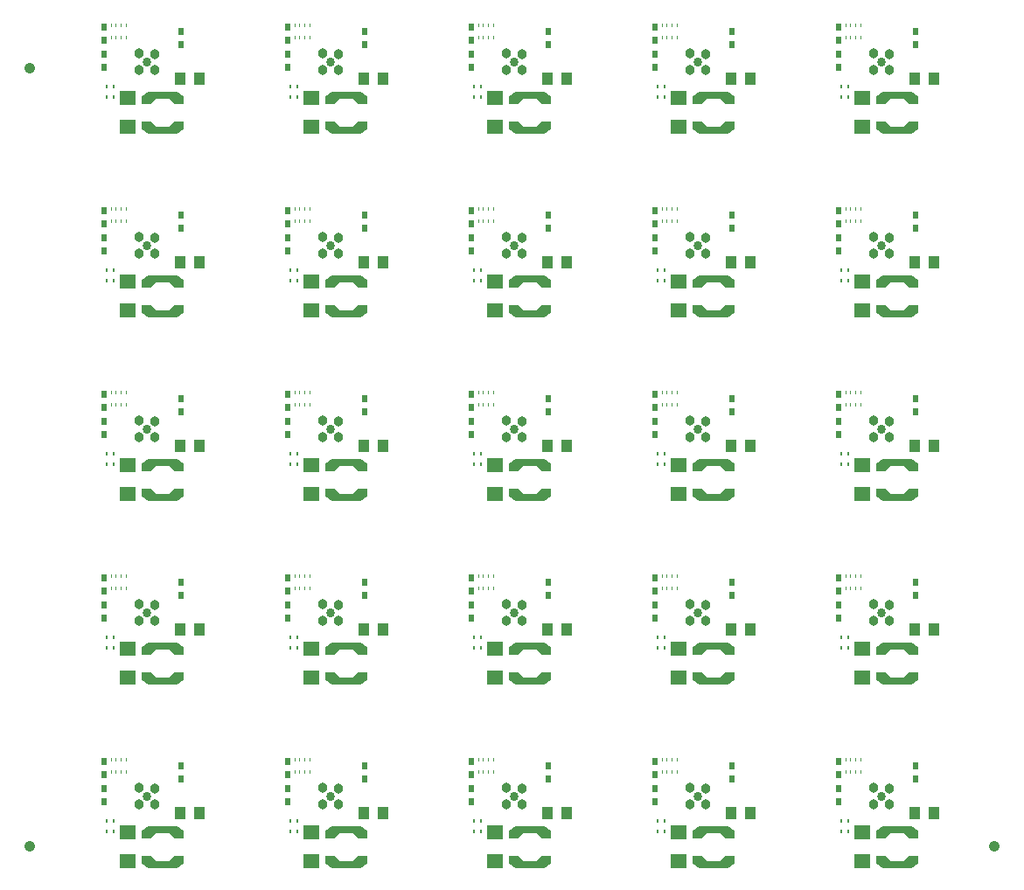
<source format=gbr>
G04 DipTrace 3.0.0.2*
G04 TopPaste.gbr*
%MOIN*%
G04 #@! TF.FileFunction,Paste,Top*
G04 #@! TF.Part,Single*
%AMOUTLINE8*
4,1,11,
0.047664,-0.024606,
0.024239,-0.001772,
-0.024239,-0.001772,
-0.047664,-0.024606,
-0.080512,-0.024606,
-0.080512,0.004895,
-0.053632,0.024606,
0.022736,0.024606,
0.053632,0.024606,
0.080512,0.004895,
0.080512,-0.024606,
0.047664,-0.024606,
0*%
%AMOUTLINE11*
4,1,11,
-0.047664,0.024606,
-0.024239,0.001772,
0.024239,0.001772,
0.047664,0.024606,
0.080512,0.024606,
0.080512,-0.004895,
0.053632,-0.024606,
-0.022736,-0.024606,
-0.053632,-0.024606,
-0.080512,-0.004895,
-0.080512,0.024606,
-0.047664,0.024606,
0*%
%ADD35O,0.033456X0.033873*%
%ADD37O,0.037798X0.03831*%
%ADD38O,0.037798X0.03833*%
%ADD39O,0.037777X0.03831*%
%ADD56C,0.042126*%
%ADD62O,0.00315X0.031496*%
%ADD64O,0.031496X0.00315*%
%ADD66R,0.007874X0.011811*%
%ADD68R,0.019685X0.027559*%
%ADD76R,0.003937X0.009843*%
%ADD78R,0.001969X0.015748*%
%ADD80R,0.062992X0.055118*%
%ADD82R,0.043307X0.051181*%
%ADD96OUTLINE8*%
%ADD99OUTLINE11*%
%FSLAX26Y26*%
G04*
G70*
G90*
G75*
G01*
G04 TopPaste*
%LPD*%
D82*
X1024948Y876909D3*
X1099751D3*
D80*
X824802Y692139D3*
Y802375D3*
D78*
X822879Y1078265D3*
X803194D3*
X783509D3*
X763824D3*
Y1032990D3*
X783509D3*
X803194D3*
X822879D3*
D76*
X953056Y1090094D3*
X927860D3*
Y1060567D3*
X953056D3*
D96*
X959785Y803646D3*
D99*
Y687504D3*
D68*
X736404Y969623D3*
Y918442D3*
X735298Y1071600D3*
Y1020419D3*
X1030173Y1004157D3*
Y1055339D3*
D66*
X744613Y804866D3*
X772172D3*
Y844236D3*
X744613D3*
D35*
X898524Y940123D3*
D37*
X869464Y970572D3*
D38*
X869058Y909021D3*
X929830Y970181D3*
D39*
X930204Y908890D3*
D64*
X818665Y979362D3*
Y959677D3*
Y939992D3*
Y920307D3*
Y900622D3*
D62*
X860004Y859283D3*
X879689D3*
X899374D3*
X919059D3*
X938744D3*
D64*
X980083Y900622D3*
Y920307D3*
Y939992D3*
Y959677D3*
Y979362D3*
D62*
X938744Y1020701D3*
X919059D3*
X899374D3*
X879689D3*
X860004D3*
D56*
X452816Y748144D3*
X4128407D3*
X452816Y3715073D3*
D82*
X1724948Y876909D3*
X1799751D3*
D80*
X1524802Y692139D3*
Y802375D3*
D78*
X1522879Y1078265D3*
X1503194D3*
X1483509D3*
X1463824D3*
Y1032990D3*
X1483509D3*
X1503194D3*
X1522879D3*
D76*
X1653056Y1090094D3*
X1627860D3*
Y1060567D3*
X1653056D3*
D96*
X1659785Y803646D3*
D99*
Y687504D3*
D68*
X1436404Y969623D3*
Y918442D3*
X1435298Y1071600D3*
Y1020419D3*
X1730173Y1004157D3*
Y1055339D3*
D66*
X1444613Y804866D3*
X1472172D3*
Y844236D3*
X1444613D3*
D35*
X1598524Y940123D3*
D37*
X1569464Y970572D3*
D38*
X1569058Y909021D3*
X1629830Y970181D3*
D39*
X1630204Y908890D3*
D64*
X1518665Y979362D3*
Y959677D3*
Y939992D3*
Y920307D3*
Y900622D3*
D62*
X1560004Y859283D3*
X1579689D3*
X1599374D3*
X1619059D3*
X1638744D3*
D64*
X1680083Y900622D3*
Y920307D3*
Y939992D3*
Y959677D3*
Y979362D3*
D62*
X1638744Y1020701D3*
X1619059D3*
X1599374D3*
X1579689D3*
X1560004D3*
D82*
X2424948Y876909D3*
X2499751D3*
D80*
X2224802Y692139D3*
Y802375D3*
D78*
X2222879Y1078265D3*
X2203194D3*
X2183509D3*
X2163824D3*
Y1032990D3*
X2183509D3*
X2203194D3*
X2222879D3*
D76*
X2353056Y1090094D3*
X2327860D3*
Y1060567D3*
X2353056D3*
D96*
X2359785Y803646D3*
D99*
Y687504D3*
D68*
X2136404Y969623D3*
Y918442D3*
X2135298Y1071600D3*
Y1020419D3*
X2430173Y1004157D3*
Y1055339D3*
D66*
X2144613Y804866D3*
X2172172D3*
Y844236D3*
X2144613D3*
D35*
X2298524Y940123D3*
D37*
X2269464Y970572D3*
D38*
X2269058Y909021D3*
X2329830Y970181D3*
D39*
X2330204Y908890D3*
D64*
X2218665Y979362D3*
Y959677D3*
Y939992D3*
Y920307D3*
Y900622D3*
D62*
X2260004Y859283D3*
X2279689D3*
X2299374D3*
X2319059D3*
X2338744D3*
D64*
X2380083Y900622D3*
Y920307D3*
Y939992D3*
Y959677D3*
Y979362D3*
D62*
X2338744Y1020701D3*
X2319059D3*
X2299374D3*
X2279689D3*
X2260004D3*
D82*
X3124948Y876909D3*
X3199751D3*
D80*
X2924802Y692139D3*
Y802375D3*
D78*
X2922879Y1078265D3*
X2903194D3*
X2883509D3*
X2863824D3*
Y1032990D3*
X2883509D3*
X2903194D3*
X2922879D3*
D76*
X3053056Y1090094D3*
X3027860D3*
Y1060567D3*
X3053056D3*
D96*
X3059785Y803646D3*
D99*
Y687504D3*
D68*
X2836404Y969623D3*
Y918442D3*
X2835298Y1071600D3*
Y1020419D3*
X3130173Y1004157D3*
Y1055339D3*
D66*
X2844613Y804866D3*
X2872172D3*
Y844236D3*
X2844613D3*
D35*
X2998524Y940123D3*
D37*
X2969464Y970572D3*
D38*
X2969058Y909021D3*
X3029830Y970181D3*
D39*
X3030204Y908890D3*
D64*
X2918665Y979362D3*
Y959677D3*
Y939992D3*
Y920307D3*
Y900622D3*
D62*
X2960004Y859283D3*
X2979689D3*
X2999374D3*
X3019059D3*
X3038744D3*
D64*
X3080083Y900622D3*
Y920307D3*
Y939992D3*
Y959677D3*
Y979362D3*
D62*
X3038744Y1020701D3*
X3019059D3*
X2999374D3*
X2979689D3*
X2960004D3*
D82*
X3824948Y876909D3*
X3899751D3*
D80*
X3624802Y692139D3*
Y802375D3*
D78*
X3622879Y1078265D3*
X3603194D3*
X3583509D3*
X3563824D3*
Y1032990D3*
X3583509D3*
X3603194D3*
X3622879D3*
D76*
X3753056Y1090094D3*
X3727860D3*
Y1060567D3*
X3753056D3*
D96*
X3759785Y803646D3*
D99*
Y687504D3*
D68*
X3536404Y969623D3*
Y918442D3*
X3535298Y1071600D3*
Y1020419D3*
X3830173Y1004157D3*
Y1055339D3*
D66*
X3544613Y804866D3*
X3572172D3*
Y844236D3*
X3544613D3*
D35*
X3698524Y940123D3*
D37*
X3669464Y970572D3*
D38*
X3669058Y909021D3*
X3729830Y970181D3*
D39*
X3730204Y908890D3*
D64*
X3618665Y979362D3*
Y959677D3*
Y939992D3*
Y920307D3*
Y900622D3*
D62*
X3660004Y859283D3*
X3679689D3*
X3699374D3*
X3719059D3*
X3738744D3*
D64*
X3780083Y900622D3*
Y920307D3*
Y939992D3*
Y959677D3*
Y979362D3*
D62*
X3738744Y1020701D3*
X3719059D3*
X3699374D3*
X3679689D3*
X3660004D3*
D82*
X1024948Y1576909D3*
X1099751D3*
D80*
X824802Y1392139D3*
Y1502375D3*
D78*
X822879Y1778265D3*
X803194D3*
X783509D3*
X763824D3*
Y1732990D3*
X783509D3*
X803194D3*
X822879D3*
D76*
X953056Y1790094D3*
X927860D3*
Y1760567D3*
X953056D3*
D96*
X959785Y1503646D3*
D99*
Y1387504D3*
D68*
X736404Y1669623D3*
Y1618442D3*
X735298Y1771600D3*
Y1720419D3*
X1030173Y1704157D3*
Y1755339D3*
D66*
X744613Y1504866D3*
X772172D3*
Y1544236D3*
X744613D3*
D35*
X898524Y1640123D3*
D37*
X869464Y1670572D3*
D38*
X869058Y1609021D3*
X929830Y1670181D3*
D39*
X930204Y1608890D3*
D64*
X818665Y1679362D3*
Y1659677D3*
Y1639992D3*
Y1620307D3*
Y1600622D3*
D62*
X860004Y1559283D3*
X879689D3*
X899374D3*
X919059D3*
X938744D3*
D64*
X980083Y1600622D3*
Y1620307D3*
Y1639992D3*
Y1659677D3*
Y1679362D3*
D62*
X938744Y1720701D3*
X919059D3*
X899374D3*
X879689D3*
X860004D3*
D82*
X1724948Y1576909D3*
X1799751D3*
D80*
X1524802Y1392139D3*
Y1502375D3*
D78*
X1522879Y1778265D3*
X1503194D3*
X1483509D3*
X1463824D3*
Y1732990D3*
X1483509D3*
X1503194D3*
X1522879D3*
D76*
X1653056Y1790094D3*
X1627860D3*
Y1760567D3*
X1653056D3*
D96*
X1659785Y1503646D3*
D99*
Y1387504D3*
D68*
X1436404Y1669623D3*
Y1618442D3*
X1435298Y1771600D3*
Y1720419D3*
X1730173Y1704157D3*
Y1755339D3*
D66*
X1444613Y1504866D3*
X1472172D3*
Y1544236D3*
X1444613D3*
D35*
X1598524Y1640123D3*
D37*
X1569464Y1670572D3*
D38*
X1569058Y1609021D3*
X1629830Y1670181D3*
D39*
X1630204Y1608890D3*
D64*
X1518665Y1679362D3*
Y1659677D3*
Y1639992D3*
Y1620307D3*
Y1600622D3*
D62*
X1560004Y1559283D3*
X1579689D3*
X1599374D3*
X1619059D3*
X1638744D3*
D64*
X1680083Y1600622D3*
Y1620307D3*
Y1639992D3*
Y1659677D3*
Y1679362D3*
D62*
X1638744Y1720701D3*
X1619059D3*
X1599374D3*
X1579689D3*
X1560004D3*
D82*
X2424948Y1576909D3*
X2499751D3*
D80*
X2224802Y1392139D3*
Y1502375D3*
D78*
X2222879Y1778265D3*
X2203194D3*
X2183509D3*
X2163824D3*
Y1732990D3*
X2183509D3*
X2203194D3*
X2222879D3*
D76*
X2353056Y1790094D3*
X2327860D3*
Y1760567D3*
X2353056D3*
D96*
X2359785Y1503646D3*
D99*
Y1387504D3*
D68*
X2136404Y1669623D3*
Y1618442D3*
X2135298Y1771600D3*
Y1720419D3*
X2430173Y1704157D3*
Y1755339D3*
D66*
X2144613Y1504866D3*
X2172172D3*
Y1544236D3*
X2144613D3*
D35*
X2298524Y1640123D3*
D37*
X2269464Y1670572D3*
D38*
X2269058Y1609021D3*
X2329830Y1670181D3*
D39*
X2330204Y1608890D3*
D64*
X2218665Y1679362D3*
Y1659677D3*
Y1639992D3*
Y1620307D3*
Y1600622D3*
D62*
X2260004Y1559283D3*
X2279689D3*
X2299374D3*
X2319059D3*
X2338744D3*
D64*
X2380083Y1600622D3*
Y1620307D3*
Y1639992D3*
Y1659677D3*
Y1679362D3*
D62*
X2338744Y1720701D3*
X2319059D3*
X2299374D3*
X2279689D3*
X2260004D3*
D82*
X3124948Y1576909D3*
X3199751D3*
D80*
X2924802Y1392139D3*
Y1502375D3*
D78*
X2922879Y1778265D3*
X2903194D3*
X2883509D3*
X2863824D3*
Y1732990D3*
X2883509D3*
X2903194D3*
X2922879D3*
D76*
X3053056Y1790094D3*
X3027860D3*
Y1760567D3*
X3053056D3*
D96*
X3059785Y1503646D3*
D99*
Y1387504D3*
D68*
X2836404Y1669623D3*
Y1618442D3*
X2835298Y1771600D3*
Y1720419D3*
X3130173Y1704157D3*
Y1755339D3*
D66*
X2844613Y1504866D3*
X2872172D3*
Y1544236D3*
X2844613D3*
D35*
X2998524Y1640123D3*
D37*
X2969464Y1670572D3*
D38*
X2969058Y1609021D3*
X3029830Y1670181D3*
D39*
X3030204Y1608890D3*
D64*
X2918665Y1679362D3*
Y1659677D3*
Y1639992D3*
Y1620307D3*
Y1600622D3*
D62*
X2960004Y1559283D3*
X2979689D3*
X2999374D3*
X3019059D3*
X3038744D3*
D64*
X3080083Y1600622D3*
Y1620307D3*
Y1639992D3*
Y1659677D3*
Y1679362D3*
D62*
X3038744Y1720701D3*
X3019059D3*
X2999374D3*
X2979689D3*
X2960004D3*
D82*
X3824948Y1576909D3*
X3899751D3*
D80*
X3624802Y1392139D3*
Y1502375D3*
D78*
X3622879Y1778265D3*
X3603194D3*
X3583509D3*
X3563824D3*
Y1732990D3*
X3583509D3*
X3603194D3*
X3622879D3*
D76*
X3753056Y1790094D3*
X3727860D3*
Y1760567D3*
X3753056D3*
D96*
X3759785Y1503646D3*
D99*
Y1387504D3*
D68*
X3536404Y1669623D3*
Y1618442D3*
X3535298Y1771600D3*
Y1720419D3*
X3830173Y1704157D3*
Y1755339D3*
D66*
X3544613Y1504866D3*
X3572172D3*
Y1544236D3*
X3544613D3*
D35*
X3698524Y1640123D3*
D37*
X3669464Y1670572D3*
D38*
X3669058Y1609021D3*
X3729830Y1670181D3*
D39*
X3730204Y1608890D3*
D64*
X3618665Y1679362D3*
Y1659677D3*
Y1639992D3*
Y1620307D3*
Y1600622D3*
D62*
X3660004Y1559283D3*
X3679689D3*
X3699374D3*
X3719059D3*
X3738744D3*
D64*
X3780083Y1600622D3*
Y1620307D3*
Y1639992D3*
Y1659677D3*
Y1679362D3*
D62*
X3738744Y1720701D3*
X3719059D3*
X3699374D3*
X3679689D3*
X3660004D3*
D82*
X1024948Y2276909D3*
X1099751D3*
D80*
X824802Y2092139D3*
Y2202375D3*
D78*
X822879Y2478265D3*
X803194D3*
X783509D3*
X763824D3*
Y2432990D3*
X783509D3*
X803194D3*
X822879D3*
D76*
X953056Y2490094D3*
X927860D3*
Y2460567D3*
X953056D3*
D96*
X959785Y2203646D3*
D99*
Y2087504D3*
D68*
X736404Y2369623D3*
Y2318442D3*
X735298Y2471600D3*
Y2420419D3*
X1030173Y2404157D3*
Y2455339D3*
D66*
X744613Y2204866D3*
X772172D3*
Y2244236D3*
X744613D3*
D35*
X898524Y2340123D3*
D37*
X869464Y2370572D3*
D38*
X869058Y2309021D3*
X929830Y2370181D3*
D39*
X930204Y2308890D3*
D64*
X818665Y2379362D3*
Y2359677D3*
Y2339992D3*
Y2320307D3*
Y2300622D3*
D62*
X860004Y2259283D3*
X879689D3*
X899374D3*
X919059D3*
X938744D3*
D64*
X980083Y2300622D3*
Y2320307D3*
Y2339992D3*
Y2359677D3*
Y2379362D3*
D62*
X938744Y2420701D3*
X919059D3*
X899374D3*
X879689D3*
X860004D3*
D82*
X1724948Y2276909D3*
X1799751D3*
D80*
X1524802Y2092139D3*
Y2202375D3*
D78*
X1522879Y2478265D3*
X1503194D3*
X1483509D3*
X1463824D3*
Y2432990D3*
X1483509D3*
X1503194D3*
X1522879D3*
D76*
X1653056Y2490094D3*
X1627860D3*
Y2460567D3*
X1653056D3*
D96*
X1659785Y2203646D3*
D99*
Y2087504D3*
D68*
X1436404Y2369623D3*
Y2318442D3*
X1435298Y2471600D3*
Y2420419D3*
X1730173Y2404157D3*
Y2455339D3*
D66*
X1444613Y2204866D3*
X1472172D3*
Y2244236D3*
X1444613D3*
D35*
X1598524Y2340123D3*
D37*
X1569464Y2370572D3*
D38*
X1569058Y2309021D3*
X1629830Y2370181D3*
D39*
X1630204Y2308890D3*
D64*
X1518665Y2379362D3*
Y2359677D3*
Y2339992D3*
Y2320307D3*
Y2300622D3*
D62*
X1560004Y2259283D3*
X1579689D3*
X1599374D3*
X1619059D3*
X1638744D3*
D64*
X1680083Y2300622D3*
Y2320307D3*
Y2339992D3*
Y2359677D3*
Y2379362D3*
D62*
X1638744Y2420701D3*
X1619059D3*
X1599374D3*
X1579689D3*
X1560004D3*
D82*
X2424948Y2276909D3*
X2499751D3*
D80*
X2224802Y2092139D3*
Y2202375D3*
D78*
X2222879Y2478265D3*
X2203194D3*
X2183509D3*
X2163824D3*
Y2432990D3*
X2183509D3*
X2203194D3*
X2222879D3*
D76*
X2353056Y2490094D3*
X2327860D3*
Y2460567D3*
X2353056D3*
D96*
X2359785Y2203646D3*
D99*
Y2087504D3*
D68*
X2136404Y2369623D3*
Y2318442D3*
X2135298Y2471600D3*
Y2420419D3*
X2430173Y2404157D3*
Y2455339D3*
D66*
X2144613Y2204866D3*
X2172172D3*
Y2244236D3*
X2144613D3*
D35*
X2298524Y2340123D3*
D37*
X2269464Y2370572D3*
D38*
X2269058Y2309021D3*
X2329830Y2370181D3*
D39*
X2330204Y2308890D3*
D64*
X2218665Y2379362D3*
Y2359677D3*
Y2339992D3*
Y2320307D3*
Y2300622D3*
D62*
X2260004Y2259283D3*
X2279689D3*
X2299374D3*
X2319059D3*
X2338744D3*
D64*
X2380083Y2300622D3*
Y2320307D3*
Y2339992D3*
Y2359677D3*
Y2379362D3*
D62*
X2338744Y2420701D3*
X2319059D3*
X2299374D3*
X2279689D3*
X2260004D3*
D82*
X3124948Y2276909D3*
X3199751D3*
D80*
X2924802Y2092139D3*
Y2202375D3*
D78*
X2922879Y2478265D3*
X2903194D3*
X2883509D3*
X2863824D3*
Y2432990D3*
X2883509D3*
X2903194D3*
X2922879D3*
D76*
X3053056Y2490094D3*
X3027860D3*
Y2460567D3*
X3053056D3*
D96*
X3059785Y2203646D3*
D99*
Y2087504D3*
D68*
X2836404Y2369623D3*
Y2318442D3*
X2835298Y2471600D3*
Y2420419D3*
X3130173Y2404157D3*
Y2455339D3*
D66*
X2844613Y2204866D3*
X2872172D3*
Y2244236D3*
X2844613D3*
D35*
X2998524Y2340123D3*
D37*
X2969464Y2370572D3*
D38*
X2969058Y2309021D3*
X3029830Y2370181D3*
D39*
X3030204Y2308890D3*
D64*
X2918665Y2379362D3*
Y2359677D3*
Y2339992D3*
Y2320307D3*
Y2300622D3*
D62*
X2960004Y2259283D3*
X2979689D3*
X2999374D3*
X3019059D3*
X3038744D3*
D64*
X3080083Y2300622D3*
Y2320307D3*
Y2339992D3*
Y2359677D3*
Y2379362D3*
D62*
X3038744Y2420701D3*
X3019059D3*
X2999374D3*
X2979689D3*
X2960004D3*
D82*
X3824948Y2276909D3*
X3899751D3*
D80*
X3624802Y2092139D3*
Y2202375D3*
D78*
X3622879Y2478265D3*
X3603194D3*
X3583509D3*
X3563824D3*
Y2432990D3*
X3583509D3*
X3603194D3*
X3622879D3*
D76*
X3753056Y2490094D3*
X3727860D3*
Y2460567D3*
X3753056D3*
D96*
X3759785Y2203646D3*
D99*
Y2087504D3*
D68*
X3536404Y2369623D3*
Y2318442D3*
X3535298Y2471600D3*
Y2420419D3*
X3830173Y2404157D3*
Y2455339D3*
D66*
X3544613Y2204866D3*
X3572172D3*
Y2244236D3*
X3544613D3*
D35*
X3698524Y2340123D3*
D37*
X3669464Y2370572D3*
D38*
X3669058Y2309021D3*
X3729830Y2370181D3*
D39*
X3730204Y2308890D3*
D64*
X3618665Y2379362D3*
Y2359677D3*
Y2339992D3*
Y2320307D3*
Y2300622D3*
D62*
X3660004Y2259283D3*
X3679689D3*
X3699374D3*
X3719059D3*
X3738744D3*
D64*
X3780083Y2300622D3*
Y2320307D3*
Y2339992D3*
Y2359677D3*
Y2379362D3*
D62*
X3738744Y2420701D3*
X3719059D3*
X3699374D3*
X3679689D3*
X3660004D3*
D82*
X1024948Y2976909D3*
X1099751D3*
D80*
X824802Y2792139D3*
Y2902375D3*
D78*
X822879Y3178265D3*
X803194D3*
X783509D3*
X763824D3*
Y3132990D3*
X783509D3*
X803194D3*
X822879D3*
D76*
X953056Y3190094D3*
X927860D3*
Y3160567D3*
X953056D3*
D96*
X959785Y2903646D3*
D99*
Y2787504D3*
D68*
X736404Y3069623D3*
Y3018442D3*
X735298Y3171600D3*
Y3120419D3*
X1030173Y3104157D3*
Y3155339D3*
D66*
X744613Y2904866D3*
X772172D3*
Y2944236D3*
X744613D3*
D35*
X898524Y3040123D3*
D37*
X869464Y3070572D3*
D38*
X869058Y3009021D3*
X929830Y3070181D3*
D39*
X930204Y3008890D3*
D64*
X818665Y3079362D3*
Y3059677D3*
Y3039992D3*
Y3020307D3*
Y3000622D3*
D62*
X860004Y2959283D3*
X879689D3*
X899374D3*
X919059D3*
X938744D3*
D64*
X980083Y3000622D3*
Y3020307D3*
Y3039992D3*
Y3059677D3*
Y3079362D3*
D62*
X938744Y3120701D3*
X919059D3*
X899374D3*
X879689D3*
X860004D3*
D82*
X1724948Y2976909D3*
X1799751D3*
D80*
X1524802Y2792139D3*
Y2902375D3*
D78*
X1522879Y3178265D3*
X1503194D3*
X1483509D3*
X1463824D3*
Y3132990D3*
X1483509D3*
X1503194D3*
X1522879D3*
D76*
X1653056Y3190094D3*
X1627860D3*
Y3160567D3*
X1653056D3*
D96*
X1659785Y2903646D3*
D99*
Y2787504D3*
D68*
X1436404Y3069623D3*
Y3018442D3*
X1435298Y3171600D3*
Y3120419D3*
X1730173Y3104157D3*
Y3155339D3*
D66*
X1444613Y2904866D3*
X1472172D3*
Y2944236D3*
X1444613D3*
D35*
X1598524Y3040123D3*
D37*
X1569464Y3070572D3*
D38*
X1569058Y3009021D3*
X1629830Y3070181D3*
D39*
X1630204Y3008890D3*
D64*
X1518665Y3079362D3*
Y3059677D3*
Y3039992D3*
Y3020307D3*
Y3000622D3*
D62*
X1560004Y2959283D3*
X1579689D3*
X1599374D3*
X1619059D3*
X1638744D3*
D64*
X1680083Y3000622D3*
Y3020307D3*
Y3039992D3*
Y3059677D3*
Y3079362D3*
D62*
X1638744Y3120701D3*
X1619059D3*
X1599374D3*
X1579689D3*
X1560004D3*
D82*
X2424948Y2976909D3*
X2499751D3*
D80*
X2224802Y2792139D3*
Y2902375D3*
D78*
X2222879Y3178265D3*
X2203194D3*
X2183509D3*
X2163824D3*
Y3132990D3*
X2183509D3*
X2203194D3*
X2222879D3*
D76*
X2353056Y3190094D3*
X2327860D3*
Y3160567D3*
X2353056D3*
D96*
X2359785Y2903646D3*
D99*
Y2787504D3*
D68*
X2136404Y3069623D3*
Y3018442D3*
X2135298Y3171600D3*
Y3120419D3*
X2430173Y3104157D3*
Y3155339D3*
D66*
X2144613Y2904866D3*
X2172172D3*
Y2944236D3*
X2144613D3*
D35*
X2298524Y3040123D3*
D37*
X2269464Y3070572D3*
D38*
X2269058Y3009021D3*
X2329830Y3070181D3*
D39*
X2330204Y3008890D3*
D64*
X2218665Y3079362D3*
Y3059677D3*
Y3039992D3*
Y3020307D3*
Y3000622D3*
D62*
X2260004Y2959283D3*
X2279689D3*
X2299374D3*
X2319059D3*
X2338744D3*
D64*
X2380083Y3000622D3*
Y3020307D3*
Y3039992D3*
Y3059677D3*
Y3079362D3*
D62*
X2338744Y3120701D3*
X2319059D3*
X2299374D3*
X2279689D3*
X2260004D3*
D82*
X3124948Y2976909D3*
X3199751D3*
D80*
X2924802Y2792139D3*
Y2902375D3*
D78*
X2922879Y3178265D3*
X2903194D3*
X2883509D3*
X2863824D3*
Y3132990D3*
X2883509D3*
X2903194D3*
X2922879D3*
D76*
X3053056Y3190094D3*
X3027860D3*
Y3160567D3*
X3053056D3*
D96*
X3059785Y2903646D3*
D99*
Y2787504D3*
D68*
X2836404Y3069623D3*
Y3018442D3*
X2835298Y3171600D3*
Y3120419D3*
X3130173Y3104157D3*
Y3155339D3*
D66*
X2844613Y2904866D3*
X2872172D3*
Y2944236D3*
X2844613D3*
D35*
X2998524Y3040123D3*
D37*
X2969464Y3070572D3*
D38*
X2969058Y3009021D3*
X3029830Y3070181D3*
D39*
X3030204Y3008890D3*
D64*
X2918665Y3079362D3*
Y3059677D3*
Y3039992D3*
Y3020307D3*
Y3000622D3*
D62*
X2960004Y2959283D3*
X2979689D3*
X2999374D3*
X3019059D3*
X3038744D3*
D64*
X3080083Y3000622D3*
Y3020307D3*
Y3039992D3*
Y3059677D3*
Y3079362D3*
D62*
X3038744Y3120701D3*
X3019059D3*
X2999374D3*
X2979689D3*
X2960004D3*
D82*
X3824948Y2976909D3*
X3899751D3*
D80*
X3624802Y2792139D3*
Y2902375D3*
D78*
X3622879Y3178265D3*
X3603194D3*
X3583509D3*
X3563824D3*
Y3132990D3*
X3583509D3*
X3603194D3*
X3622879D3*
D76*
X3753056Y3190094D3*
X3727860D3*
Y3160567D3*
X3753056D3*
D96*
X3759785Y2903646D3*
D99*
Y2787504D3*
D68*
X3536404Y3069623D3*
Y3018442D3*
X3535298Y3171600D3*
Y3120419D3*
X3830173Y3104157D3*
Y3155339D3*
D66*
X3544613Y2904866D3*
X3572172D3*
Y2944236D3*
X3544613D3*
D35*
X3698524Y3040123D3*
D37*
X3669464Y3070572D3*
D38*
X3669058Y3009021D3*
X3729830Y3070181D3*
D39*
X3730204Y3008890D3*
D64*
X3618665Y3079362D3*
Y3059677D3*
Y3039992D3*
Y3020307D3*
Y3000622D3*
D62*
X3660004Y2959283D3*
X3679689D3*
X3699374D3*
X3719059D3*
X3738744D3*
D64*
X3780083Y3000622D3*
Y3020307D3*
Y3039992D3*
Y3059677D3*
Y3079362D3*
D62*
X3738744Y3120701D3*
X3719059D3*
X3699374D3*
X3679689D3*
X3660004D3*
D82*
X1024948Y3676909D3*
X1099751D3*
D80*
X824802Y3492139D3*
Y3602375D3*
D78*
X822879Y3878265D3*
X803194D3*
X783509D3*
X763824D3*
Y3832990D3*
X783509D3*
X803194D3*
X822879D3*
D76*
X953056Y3890094D3*
X927860D3*
Y3860567D3*
X953056D3*
D96*
X959785Y3603646D3*
D99*
Y3487504D3*
D68*
X736404Y3769623D3*
Y3718442D3*
X735298Y3871600D3*
Y3820419D3*
X1030173Y3804157D3*
Y3855339D3*
D66*
X744613Y3604866D3*
X772172D3*
Y3644236D3*
X744613D3*
D35*
X898524Y3740123D3*
D37*
X869464Y3770572D3*
D38*
X869058Y3709021D3*
X929830Y3770181D3*
D39*
X930204Y3708890D3*
D64*
X818665Y3779362D3*
Y3759677D3*
Y3739992D3*
Y3720307D3*
Y3700622D3*
D62*
X860004Y3659283D3*
X879689D3*
X899374D3*
X919059D3*
X938744D3*
D64*
X980083Y3700622D3*
Y3720307D3*
Y3739992D3*
Y3759677D3*
Y3779362D3*
D62*
X938744Y3820701D3*
X919059D3*
X899374D3*
X879689D3*
X860004D3*
D82*
X1724948Y3676909D3*
X1799751D3*
D80*
X1524802Y3492139D3*
Y3602375D3*
D78*
X1522879Y3878265D3*
X1503194D3*
X1483509D3*
X1463824D3*
Y3832990D3*
X1483509D3*
X1503194D3*
X1522879D3*
D76*
X1653056Y3890094D3*
X1627860D3*
Y3860567D3*
X1653056D3*
D96*
X1659785Y3603646D3*
D99*
Y3487504D3*
D68*
X1436404Y3769623D3*
Y3718442D3*
X1435298Y3871600D3*
Y3820419D3*
X1730173Y3804157D3*
Y3855339D3*
D66*
X1444613Y3604866D3*
X1472172D3*
Y3644236D3*
X1444613D3*
D35*
X1598524Y3740123D3*
D37*
X1569464Y3770572D3*
D38*
X1569058Y3709021D3*
X1629830Y3770181D3*
D39*
X1630204Y3708890D3*
D64*
X1518665Y3779362D3*
Y3759677D3*
Y3739992D3*
Y3720307D3*
Y3700622D3*
D62*
X1560004Y3659283D3*
X1579689D3*
X1599374D3*
X1619059D3*
X1638744D3*
D64*
X1680083Y3700622D3*
Y3720307D3*
Y3739992D3*
Y3759677D3*
Y3779362D3*
D62*
X1638744Y3820701D3*
X1619059D3*
X1599374D3*
X1579689D3*
X1560004D3*
D82*
X2424948Y3676909D3*
X2499751D3*
D80*
X2224802Y3492139D3*
Y3602375D3*
D78*
X2222879Y3878265D3*
X2203194D3*
X2183509D3*
X2163824D3*
Y3832990D3*
X2183509D3*
X2203194D3*
X2222879D3*
D76*
X2353056Y3890094D3*
X2327860D3*
Y3860567D3*
X2353056D3*
D96*
X2359785Y3603646D3*
D99*
Y3487504D3*
D68*
X2136404Y3769623D3*
Y3718442D3*
X2135298Y3871600D3*
Y3820419D3*
X2430173Y3804157D3*
Y3855339D3*
D66*
X2144613Y3604866D3*
X2172172D3*
Y3644236D3*
X2144613D3*
D35*
X2298524Y3740123D3*
D37*
X2269464Y3770572D3*
D38*
X2269058Y3709021D3*
X2329830Y3770181D3*
D39*
X2330204Y3708890D3*
D64*
X2218665Y3779362D3*
Y3759677D3*
Y3739992D3*
Y3720307D3*
Y3700622D3*
D62*
X2260004Y3659283D3*
X2279689D3*
X2299374D3*
X2319059D3*
X2338744D3*
D64*
X2380083Y3700622D3*
Y3720307D3*
Y3739992D3*
Y3759677D3*
Y3779362D3*
D62*
X2338744Y3820701D3*
X2319059D3*
X2299374D3*
X2279689D3*
X2260004D3*
D82*
X3124948Y3676909D3*
X3199751D3*
D80*
X2924802Y3492139D3*
Y3602375D3*
D78*
X2922879Y3878265D3*
X2903194D3*
X2883509D3*
X2863824D3*
Y3832990D3*
X2883509D3*
X2903194D3*
X2922879D3*
D76*
X3053056Y3890094D3*
X3027860D3*
Y3860567D3*
X3053056D3*
D96*
X3059785Y3603646D3*
D99*
Y3487504D3*
D68*
X2836404Y3769623D3*
Y3718442D3*
X2835298Y3871600D3*
Y3820419D3*
X3130173Y3804157D3*
Y3855339D3*
D66*
X2844613Y3604866D3*
X2872172D3*
Y3644236D3*
X2844613D3*
D35*
X2998524Y3740123D3*
D37*
X2969464Y3770572D3*
D38*
X2969058Y3709021D3*
X3029830Y3770181D3*
D39*
X3030204Y3708890D3*
D64*
X2918665Y3779362D3*
Y3759677D3*
Y3739992D3*
Y3720307D3*
Y3700622D3*
D62*
X2960004Y3659283D3*
X2979689D3*
X2999374D3*
X3019059D3*
X3038744D3*
D64*
X3080083Y3700622D3*
Y3720307D3*
Y3739992D3*
Y3759677D3*
Y3779362D3*
D62*
X3038744Y3820701D3*
X3019059D3*
X2999374D3*
X2979689D3*
X2960004D3*
D82*
X3824948Y3676909D3*
X3899751D3*
D80*
X3624802Y3492139D3*
Y3602375D3*
D78*
X3622879Y3878265D3*
X3603194D3*
X3583509D3*
X3563824D3*
Y3832990D3*
X3583509D3*
X3603194D3*
X3622879D3*
D76*
X3753056Y3890094D3*
X3727860D3*
Y3860567D3*
X3753056D3*
D96*
X3759785Y3603646D3*
D99*
Y3487504D3*
D68*
X3536404Y3769623D3*
Y3718442D3*
X3535298Y3871600D3*
Y3820419D3*
X3830173Y3804157D3*
Y3855339D3*
D66*
X3544613Y3604866D3*
X3572172D3*
Y3644236D3*
X3544613D3*
D35*
X3698524Y3740123D3*
D37*
X3669464Y3770572D3*
D38*
X3669058Y3709021D3*
X3729830Y3770181D3*
D39*
X3730204Y3708890D3*
D64*
X3618665Y3779362D3*
Y3759677D3*
Y3739992D3*
Y3720307D3*
Y3700622D3*
D62*
X3660004Y3659283D3*
X3679689D3*
X3699374D3*
X3719059D3*
X3738744D3*
D64*
X3780083Y3700622D3*
Y3720307D3*
Y3739992D3*
Y3759677D3*
Y3779362D3*
D62*
X3738744Y3820701D3*
X3719059D3*
X3699374D3*
X3679689D3*
X3660004D3*
M02*

</source>
